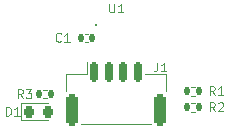
<source format=gto>
G04 #@! TF.GenerationSoftware,KiCad,Pcbnew,(6.0.11-0)*
G04 #@! TF.CreationDate,2023-02-14T20:09:15-07:00*
G04 #@! TF.ProjectId,LightSensorPCB,4c696768-7453-4656-9e73-6f725043422e,rev?*
G04 #@! TF.SameCoordinates,Original*
G04 #@! TF.FileFunction,Legend,Top*
G04 #@! TF.FilePolarity,Positive*
%FSLAX46Y46*%
G04 Gerber Fmt 4.6, Leading zero omitted, Abs format (unit mm)*
G04 Created by KiCad (PCBNEW (6.0.11-0)) date 2023-02-14 20:09:15*
%MOMM*%
%LPD*%
G01*
G04 APERTURE LIST*
G04 Aperture macros list*
%AMRoundRect*
0 Rectangle with rounded corners*
0 $1 Rounding radius*
0 $2 $3 $4 $5 $6 $7 $8 $9 X,Y pos of 4 corners*
0 Add a 4 corners polygon primitive as box body*
4,1,4,$2,$3,$4,$5,$6,$7,$8,$9,$2,$3,0*
0 Add four circle primitives for the rounded corners*
1,1,$1+$1,$2,$3*
1,1,$1+$1,$4,$5*
1,1,$1+$1,$6,$7*
1,1,$1+$1,$8,$9*
0 Add four rect primitives between the rounded corners*
20,1,$1+$1,$2,$3,$4,$5,0*
20,1,$1+$1,$4,$5,$6,$7,0*
20,1,$1+$1,$6,$7,$8,$9,0*
20,1,$1+$1,$8,$9,$2,$3,0*%
G04 Aperture macros list end*
%ADD10C,0.100000*%
%ADD11C,0.120000*%
%ADD12C,5.600000*%
%ADD13RoundRect,0.150000X-0.150000X-0.700000X0.150000X-0.700000X0.150000X0.700000X-0.150000X0.700000X0*%
%ADD14RoundRect,0.250000X-0.250000X-1.100000X0.250000X-1.100000X0.250000X1.100000X-0.250000X1.100000X0*%
%ADD15RoundRect,0.135000X0.135000X0.185000X-0.135000X0.185000X-0.135000X-0.185000X0.135000X-0.185000X0*%
%ADD16RoundRect,0.218750X-0.218750X-0.256250X0.218750X-0.256250X0.218750X0.256250X-0.218750X0.256250X0*%
%ADD17R,0.812800X0.660400*%
%ADD18RoundRect,0.135000X-0.135000X-0.185000X0.135000X-0.185000X0.135000X0.185000X-0.135000X0.185000X0*%
%ADD19RoundRect,0.140000X0.140000X0.170000X-0.140000X0.170000X-0.140000X-0.170000X0.140000X-0.170000X0*%
G04 APERTURE END LIST*
D10*
X113500000Y-109089285D02*
X113500000Y-109625000D01*
X113464285Y-109732142D01*
X113392857Y-109803571D01*
X113285714Y-109839285D01*
X113214285Y-109839285D01*
X114250000Y-109839285D02*
X113821428Y-109839285D01*
X114035714Y-109839285D02*
X114035714Y-109089285D01*
X113964285Y-109196428D01*
X113892857Y-109267857D01*
X113821428Y-109303571D01*
X102125000Y-112089285D02*
X101875000Y-111732142D01*
X101696428Y-112089285D02*
X101696428Y-111339285D01*
X101982142Y-111339285D01*
X102053571Y-111375000D01*
X102089285Y-111410714D01*
X102125000Y-111482142D01*
X102125000Y-111589285D01*
X102089285Y-111660714D01*
X102053571Y-111696428D01*
X101982142Y-111732142D01*
X101696428Y-111732142D01*
X102375000Y-111339285D02*
X102839285Y-111339285D01*
X102589285Y-111625000D01*
X102696428Y-111625000D01*
X102767857Y-111660714D01*
X102803571Y-111696428D01*
X102839285Y-111767857D01*
X102839285Y-111946428D01*
X102803571Y-112017857D01*
X102767857Y-112053571D01*
X102696428Y-112089285D01*
X102482142Y-112089285D01*
X102410714Y-112053571D01*
X102375000Y-112017857D01*
X100696428Y-113589285D02*
X100696428Y-112839285D01*
X100875000Y-112839285D01*
X100982142Y-112875000D01*
X101053571Y-112946428D01*
X101089285Y-113017857D01*
X101125000Y-113160714D01*
X101125000Y-113267857D01*
X101089285Y-113410714D01*
X101053571Y-113482142D01*
X100982142Y-113553571D01*
X100875000Y-113589285D01*
X100696428Y-113589285D01*
X101839285Y-113589285D02*
X101410714Y-113589285D01*
X101625000Y-113589285D02*
X101625000Y-112839285D01*
X101553571Y-112946428D01*
X101482142Y-113017857D01*
X101410714Y-113053571D01*
X109428571Y-104089285D02*
X109428571Y-104696428D01*
X109464285Y-104767857D01*
X109500000Y-104803571D01*
X109571428Y-104839285D01*
X109714285Y-104839285D01*
X109785714Y-104803571D01*
X109821428Y-104767857D01*
X109857142Y-104696428D01*
X109857142Y-104089285D01*
X110607142Y-104839285D02*
X110178571Y-104839285D01*
X110392857Y-104839285D02*
X110392857Y-104089285D01*
X110321428Y-104196428D01*
X110250000Y-104267857D01*
X110178571Y-104303571D01*
X118375000Y-113209285D02*
X118125000Y-112852142D01*
X117946428Y-113209285D02*
X117946428Y-112459285D01*
X118232142Y-112459285D01*
X118303571Y-112495000D01*
X118339285Y-112530714D01*
X118375000Y-112602142D01*
X118375000Y-112709285D01*
X118339285Y-112780714D01*
X118303571Y-112816428D01*
X118232142Y-112852142D01*
X117946428Y-112852142D01*
X118660714Y-112530714D02*
X118696428Y-112495000D01*
X118767857Y-112459285D01*
X118946428Y-112459285D01*
X119017857Y-112495000D01*
X119053571Y-112530714D01*
X119089285Y-112602142D01*
X119089285Y-112673571D01*
X119053571Y-112780714D01*
X118625000Y-113209285D01*
X119089285Y-113209285D01*
X118365000Y-111839285D02*
X118115000Y-111482142D01*
X117936428Y-111839285D02*
X117936428Y-111089285D01*
X118222142Y-111089285D01*
X118293571Y-111125000D01*
X118329285Y-111160714D01*
X118365000Y-111232142D01*
X118365000Y-111339285D01*
X118329285Y-111410714D01*
X118293571Y-111446428D01*
X118222142Y-111482142D01*
X117936428Y-111482142D01*
X119079285Y-111839285D02*
X118650714Y-111839285D01*
X118865000Y-111839285D02*
X118865000Y-111089285D01*
X118793571Y-111196428D01*
X118722142Y-111267857D01*
X118650714Y-111303571D01*
X105355000Y-107267857D02*
X105319285Y-107303571D01*
X105212142Y-107339285D01*
X105140714Y-107339285D01*
X105033571Y-107303571D01*
X104962142Y-107232142D01*
X104926428Y-107160714D01*
X104890714Y-107017857D01*
X104890714Y-106910714D01*
X104926428Y-106767857D01*
X104962142Y-106696428D01*
X105033571Y-106625000D01*
X105140714Y-106589285D01*
X105212142Y-106589285D01*
X105319285Y-106625000D01*
X105355000Y-106660714D01*
X106069285Y-107339285D02*
X105640714Y-107339285D01*
X105855000Y-107339285D02*
X105855000Y-106589285D01*
X105783571Y-106696428D01*
X105712142Y-106767857D01*
X105640714Y-106803571D01*
D11*
X105765000Y-111490000D02*
X105765000Y-110040000D01*
X114235000Y-110040000D02*
X112435000Y-110040000D01*
X105765000Y-110040000D02*
X107565000Y-110040000D01*
X114235000Y-111490000D02*
X114235000Y-110040000D01*
X107565000Y-110040000D02*
X107565000Y-109050000D01*
X107035000Y-114310000D02*
X112965000Y-114310000D01*
X104153641Y-111370000D02*
X103846359Y-111370000D01*
X104153641Y-112130000D02*
X103846359Y-112130000D01*
X104250000Y-112515000D02*
X101965000Y-112515000D01*
X101965000Y-112515000D02*
X101965000Y-113985000D01*
X101965000Y-113985000D02*
X104250000Y-113985000D01*
X108371300Y-105900000D02*
G75*
G03*
X108371300Y-105900000I-76200J0D01*
G01*
X116346359Y-112490000D02*
X116653641Y-112490000D01*
X116346359Y-113250000D02*
X116653641Y-113250000D01*
X116346359Y-111120000D02*
X116653641Y-111120000D01*
X116346359Y-111880000D02*
X116653641Y-111880000D01*
X107607836Y-106640000D02*
X107392164Y-106640000D01*
X107607836Y-107360000D02*
X107392164Y-107360000D01*
%LPC*%
D12*
X103500000Y-103500000D03*
X116500000Y-103500000D03*
D13*
X108125000Y-109900000D03*
X109375000Y-109900000D03*
X110625000Y-109900000D03*
X111875000Y-109900000D03*
D14*
X113725000Y-113100000D03*
X106275000Y-113100000D03*
D15*
X103490000Y-111750000D03*
X104510000Y-111750000D03*
D16*
X104237500Y-113250000D03*
X102662500Y-113250000D03*
D17*
X109403100Y-105900001D03*
X109403100Y-107099999D03*
X110596900Y-107099999D03*
X110596900Y-105900001D03*
D18*
X115990000Y-112870000D03*
X117010000Y-112870000D03*
X115990000Y-111500000D03*
X117010000Y-111500000D03*
D19*
X107980000Y-107000000D03*
X107020000Y-107000000D03*
M02*

</source>
